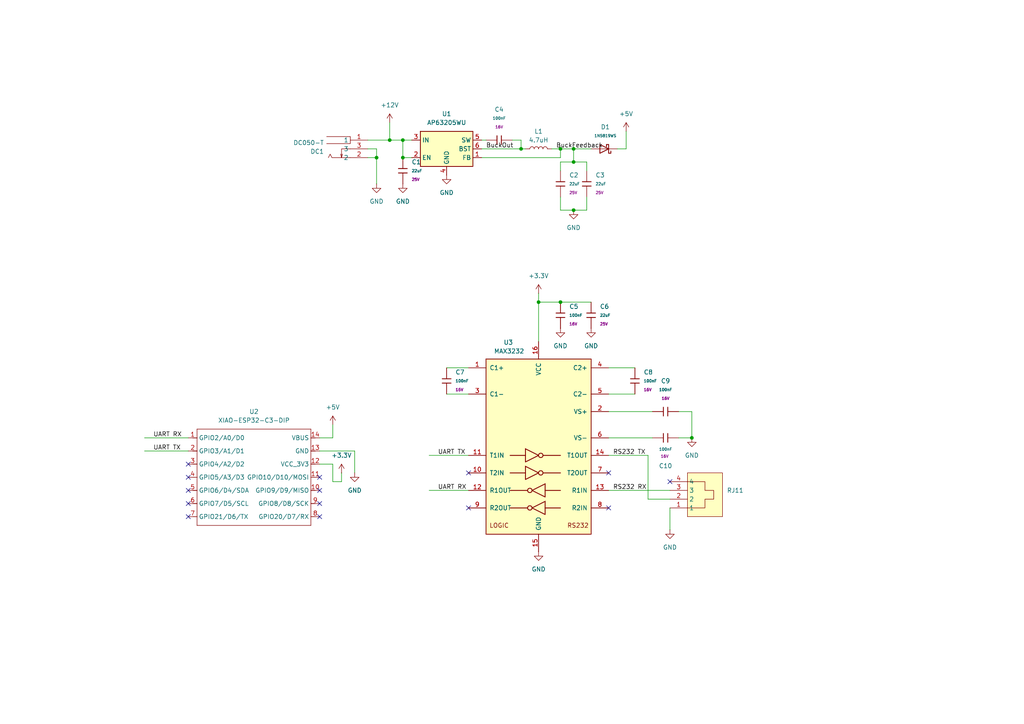
<source format=kicad_sch>
(kicad_sch (version 20250114) (generator "eeschema") (generator_version "9.0")
  (paper "A4")
  (title_block (title "AM03127-Controller") (date "2025-08-29") (rev "0.1"))
  (lib_symbols
    (symbol "DC_PowerJack:DC050-T"
      (property "Reference" "DC" (at 0 7.62 0))
      (property "Value" "DC050-T" (at 0 -7.62 0))
      (symbol "DC050-T_0_1"
        (polyline (pts (xy -9.4 3.56)) (fill (type background)))
        (polyline (pts (xy -5.08 -2.54) (xy -5.33 -1.52)))
        (polyline (pts (xy -5.08 -2.54) (xy -4.83 -1.52)))
        (polyline (pts (xy -2.54 3.56) (xy -9.4 3.56)))
        (polyline (pts (xy -2.54 3.56) (xy -2.54 1.52) (xy -9.4 1.52)))
        (polyline (pts (xy -2.54 0) (xy -5.08 0) (xy -5.08 -2.54)))
        (polyline (pts (xy -2.54 -2.54) (xy -7.87 -2.54) (xy -8.38 -1.52) (xy -8.89 -2.54)))
        (pin unspecified line (at 2.54 2.54 180) (length 5.08) (name "1") (number "1"))
        (pin unspecified line (at 2.54 0 180) (length 5.08) (name "3") (number "3"))
        (pin unspecified line (at 2.54 -2.54 180) (length 5.08) (name "2") (number "2"))
      )
    )
    (symbol "Device:L" (pin_numbers (hide yes)) (pin_names (offset 1.016) (hide yes))
      (property "Reference" "L" (at -1.27 0 90))
      (property "Value" "L" (at 1.905 0 90))
      (symbol "L_0_1"
        (arc (start 0 2.54) (mid 0.6323 1.905) (end 0 1.27))
        (arc (start 0 1.27) (mid 0.6323 0.635) (end 0 0))
        (arc (start 0 0) (mid 0.6323 -0.635) (end 0 -1.27))
        (arc (start 0 -1.27) (mid 0.6323 -1.905) (end 0 -2.54))
      )
      (symbol "L_1_1"
        (pin passive line (at 0 3.81 270) (length 1.27) (name "1") (number "1"))
        (pin passive line (at 0 -3.81 90) (length 1.27) (name "2") (number "2"))
      )
    )
    (symbol "Interface_UART:MAX3232" (pin_names (offset 1.016))
      (property "Reference" "U" (at -2.54 28.575 0))
      (property "Value" "MAX3232" (at -2.54 26.67 0))
      (symbol "MAX3232_0_0"
        (text "LOGIC" (at -11.43 -22.86 0) (effects (font (size 1.27 1.27))))
        (text "RS232" (at 11.43 -22.86 0) (effects (font (size 1.27 1.27))))
      )
      (symbol "MAX3232_0_1"
        (rectangle (start -15.24 -25.4) (end 15.24 25.4) (stroke (width 0.254)) (fill (type background)))
        (polyline (pts (xy -3.81 -0.635) (xy -3.81 -4.445) (xy 0 -2.54) (xy -3.81 -0.635)) (stroke (width 0.254)))
        (polyline (pts (xy -3.81 -2.54) (xy -8.255 -2.54)) (stroke (width 0.254)))
        (polyline (pts (xy -3.81 -5.715) (xy -3.81 -9.525) (xy 0 -7.62) (xy -3.81 -5.715)) (stroke (width 0.254)))
        (polyline (pts (xy -3.81 -7.62) (xy -8.255 -7.62)) (stroke (width 0.254)))
        (polyline (pts (xy -3.175 -12.7) (xy -8.255 -12.7)) (stroke (width 0.254)))
        (polyline (pts (xy -3.175 -17.78) (xy -8.255 -17.78)) (stroke (width 0.254)))
        (circle (center -2.54 -12.7) (radius 0.635) (stroke (width 0.254)))
        (circle (center -2.54 -17.78) (radius 0.635) (stroke (width 0.254)))
        (circle (center 0.635 -2.54) (radius 0.635) (stroke (width 0.254)))
        (circle (center 0.635 -7.62) (radius 0.635) (stroke (width 0.254)))
        (polyline (pts (xy 1.27 -2.54) (xy 6.35 -2.54)) (stroke (width 0.254)))
        (polyline (pts (xy 1.27 -7.62) (xy 6.35 -7.62)) (stroke (width 0.254)))
        (polyline (pts (xy 1.905 -10.795) (xy 1.905 -14.605) (xy -1.905 -12.7) (xy 1.905 -10.795)) (stroke (width 0.254)))
        (polyline (pts (xy 1.905 -12.7) (xy 6.35 -12.7)) (stroke (width 0.254)))
        (polyline (pts (xy 1.905 -15.875) (xy 1.905 -19.685) (xy -1.905 -17.78) (xy 1.905 -15.875)) (stroke (width 0.254)))
        (polyline (pts (xy 1.905 -17.78) (xy 6.35 -17.78)) (stroke (width 0.254)))
      )
      (symbol "MAX3232_1_1"
        (pin passive line (at -20.32 22.86 0) (length 5.08) (name "C1+") (number "1"))
        (pin passive line (at -20.32 15.24 0) (length 5.08) (name "C1-") (number "3"))
        (pin input line (at -20.32 -2.54 0) (length 5.08) (name "T1IN") (number "11"))
        (pin input line (at -20.32 -7.62 0) (length 5.08) (name "T2IN") (number "10"))
        (pin output line (at -20.32 -12.7 0) (length 5.08) (name "R1OUT") (number "12"))
        (pin output line (at -20.32 -17.78 0) (length 5.08) (name "R2OUT") (number "9"))
        (pin power_in line (at 0 30.48 270) (length 5.08) (name "VCC") (number "16"))
        (pin power_in line (at 0 -30.48 90) (length 5.08) (name "GND") (number "15"))
        (pin passive line (at 20.32 22.86 180) (length 5.08) (name "C2+") (number "4"))
        (pin passive line (at 20.32 15.24 180) (length 5.08) (name "C2-") (number "5"))
        (pin power_out line (at 20.32 10.16 180) (length 5.08) (name "VS+") (number "2"))
        (pin power_out line (at 20.32 2.54 180) (length 5.08) (name "VS-") (number "6"))
        (pin output line (at 20.32 -2.54 180) (length 5.08) (name "T1OUT") (number "14"))
        (pin output line (at 20.32 -7.62 180) (length 5.08) (name "T2OUT") (number "7"))
        (pin input line (at 20.32 -12.7 180) (length 5.08) (name "R1IN") (number "13"))
        (pin input line (at 20.32 -17.78 180) (length 5.08) (name "R2IN") (number "8"))
      )
    )
    (symbol "PCM_JLCPCB-Capacitors:0402,100nF" (pin_numbers (hide yes)) (pin_names (offset 0))
      (property "Reference" "C" (at 2.032 1.668 0))
      (property "Value" "100nF" (at 2.032 -0.3782 0))
      (property "Voltage Rated" "16V" (at 2.032 -2.0462 0))
      (symbol "0402,100nF_0_1"
        (polyline (pts (xy -1.27 0.635) (xy 1.27 0.635)) (stroke (width 0.254)))
        (polyline (pts (xy -1.27 -0.635) (xy 1.27 -0.635)) (stroke (width 0.254)))
      )
      (symbol "0402,100nF_1_1"
        (pin passive line (at 0 3.81 270) (length 3.175) (name "~") (number "1"))
        (pin passive line (at 0 -3.81 90) (length 3.175) (name "~") (number "2"))
      )
    )
    (symbol "PCM_JLCPCB-Capacitors:1206,22uF,(2)" (pin_numbers (hide yes)) (pin_names (offset 0))
      (property "Reference" "C" (at 2.032 1.668 0))
      (property "Value" "22uF" (at 2.032 -0.3782 0))
      (property "Voltage Rated" "25V" (at 2.032 -2.0462 0))
      (symbol "1206,22uF,(2)_0_1"
        (polyline (pts (xy -1.27 0.635) (xy 1.27 0.635)) (stroke (width 0.254)))
        (polyline (pts (xy -1.27 -0.635) (xy 1.27 -0.635)) (stroke (width 0.254)))
      )
      (symbol "1206,22uF,(2)_1_1"
        (pin passive line (at 0 3.81 270) (length 3.175) (name "~") (number "1"))
        (pin passive line (at 0 -3.81 90) (length 3.175) (name "~") (number "2"))
      )
    )
    (symbol "PCM_JLCPCB-Diodes:Schottky,1N5819WS" (pin_numbers (hide yes)) (pin_names (offset 0))
      (property "Reference" "D" (at 2.032 0.834 0))
      (property "Value" "1N5819WS" (at 2.032 -1.2122 0))
      (symbol "Schottky,1N5819WS_0_1"
        (polyline (pts (xy -1.27 1.27) (xy 0 -1.27) (xy 1.27 1.27) (xy -1.27 1.27)) (stroke (width 0.254)))
        (polyline (pts (xy 0.635 -1.905) (xy 1.27 -1.905) (xy 1.27 -1.27) (xy -1.27 -1.27) (xy -1.27 -0.635) (xy -0.635 -0.635)) (stroke (width 0.254)))
      )
      (symbol "Schottky,1N5819WS_1_1"
        (pin passive line (at 0 3.81 270) (length 3.81) (name "~") (number "2"))
        (pin passive line (at 0 -3.81 90) (length 3.81) (name "~") (number "1"))
      )
    )
    (symbol "RJ11:PCB-6P4C-90_C189746"
      (property "Reference" "RJ" (at 0 -2.54 0))
      (property "Value" "PCB-6P4C-90_C189746" (at 0 -12.7 0))
      (symbol "PCB-6P4C-90_C189746_0_1"
        (rectangle (start -7.62 7.62) (end 5.08 -2.54) (fill (type background)))
        (polyline (pts (xy 2.54 -2.54) (xy 2.54 2.54) (xy 0 2.54) (xy 0 5.08) (xy -2.54 5.08) (xy -2.54 2.54) (xy -5.08 2.54) (xy -5.08 0) (xy -5.08 -2.54)))
        (pin unspecified line (at -5.08 -7.62 90) (length 5.08) (name "4") (number "4"))
        (pin unspecified line (at -2.54 -7.62 90) (length 5.08) (name "3") (number "3"))
        (pin unspecified line (at 0 -7.62 90) (length 5.08) (name "2") (number "2"))
        (pin unspecified line (at 2.54 -7.62 90) (length 5.08) (name "1") (number "1"))
      )
    )
    (symbol "Regulator_Switching:AP63205WU"
      (property "Reference" "U" (at -7.62 6.35 0))
      (property "Value" "AP63205WU" (at 2.54 6.35 0))
      (symbol "AP63205WU_0_1"
        (rectangle (start -7.62 5.08) (end 7.62 -5.08) (stroke (width 0.254)) (fill (type background)))
      )
      (symbol "AP63205WU_1_1"
        (pin power_in line (at -10.16 2.54 0) (length 2.54) (name "IN") (number "3"))
        (pin input line (at -10.16 -2.54 0) (length 2.54) (name "EN") (number "2"))
        (pin power_in line (at 0 -7.62 90) (length 2.54) (name "GND") (number "4"))
        (pin output line (at 10.16 2.54 180) (length 2.54) (name "SW") (number "5"))
        (pin passive line (at 10.16 0 180) (length 2.54) (name "BST") (number "6"))
        (pin input line (at 10.16 -2.54 180) (length 2.54) (name "FB") (number "1"))
      )
    )
    (symbol "Seeed_Studio_XIAO_Series:XIAO-ESP32-C3-DIP"
      (property "Reference" "U" (at 1.016 2.794 0))
      (property "Value" "XIAO-ESP32-C3-DIP" (at 7.62 1.016 0))
      (symbol "XIAO-ESP32-C3-DIP_1_0"
        (polyline (pts (xy 0 0) (xy 33.02 0)) (stroke (width 0.1524)))
        (polyline (pts (xy 0 -2.54) (xy -1.27 -2.54)) (stroke (width 0.1524)))
        (polyline (pts (xy 0 -2.54) (xy 0 0)) (stroke (width 0.1524)))
        (polyline (pts (xy 0 -6.35) (xy -1.27 -6.35)) (stroke (width 0.1524)))
        (polyline (pts (xy 0 -6.35) (xy 0 -2.54)) (stroke (width 0.1524)))
        (polyline (pts (xy 0 -10.16) (xy -1.27 -10.16)) (stroke (width 0.1524)))
        (polyline (pts (xy 0 -10.16) (xy 0 -6.35)) (stroke (width 0.1524)))
        (polyline (pts (xy 0 -13.97) (xy -1.27 -13.97)) (stroke (width 0.1524)))
        (polyline (pts (xy 0 -13.97) (xy 0 -10.16)) (stroke (width 0.1524)))
        (polyline (pts (xy 0 -17.78) (xy -1.27 -17.78)) (stroke (width 0.1524)))
        (polyline (pts (xy 0 -21.59) (xy -1.27 -21.59)) (stroke (width 0.1524)))
        (polyline (pts (xy 0 -25.4) (xy -1.27 -25.4)) (stroke (width 0.1524)))
        (polyline (pts (xy 0 -27.94) (xy 0 -13.97)) (stroke (width 0.1524)))
        (polyline (pts (xy 33.02 0) (xy 33.02 -2.54)) (stroke (width 0.1524)))
        (polyline (pts (xy 33.02 -2.54) (xy 33.02 -6.35)) (stroke (width 0.1524)))
        (polyline (pts (xy 33.02 -6.35) (xy 33.02 -10.16)) (stroke (width 0.1524)))
        (polyline (pts (xy 33.02 -10.16) (xy 33.02 -27.94)) (stroke (width 0.1524)))
        (polyline (pts (xy 33.02 -27.94) (xy 0 -27.94)) (stroke (width 0.1524)))
        (polyline (pts (xy 34.29 -2.54) (xy 33.02 -2.54)) (stroke (width 0.1524)))
        (polyline (pts (xy 34.29 -6.35) (xy 33.02 -6.35)) (stroke (width 0.1524)))
        (polyline (pts (xy 34.29 -10.16) (xy 33.02 -10.16)) (stroke (width 0.1524)))
        (polyline (pts (xy 34.29 -13.97) (xy 33.02 -13.97)) (stroke (width 0.1524)))
        (polyline (pts (xy 34.29 -17.78) (xy 33.02 -17.78)) (stroke (width 0.1524)))
        (polyline (pts (xy 34.29 -21.59) (xy 33.02 -21.59)) (stroke (width 0.1524)))
        (polyline (pts (xy 34.29 -25.4) (xy 33.02 -25.4)) (stroke (width 0.1524)))
        (pin passive line (at -2.54 -2.54 0) (length 2.54) (name "GPIO2/A0/D0") (number "1"))
        (pin passive line (at -2.54 -6.35 0) (length 2.54) (name "GPIO3/A1/D1") (number "2"))
        (pin passive line (at -2.54 -10.16 0) (length 2.54) (name "GPIO4/A2/D2") (number "3"))
        (pin passive line (at -2.54 -13.97 0) (length 2.54) (name "GPIO5/A3/D3") (number "4"))
        (pin passive line (at -2.54 -17.78 0) (length 2.54) (name "GPIO6/D4/SDA") (number "5"))
        (pin passive line (at -2.54 -21.59 0) (length 2.54) (name "GPIO7/D5/SCL") (number "6"))
        (pin passive line (at -2.54 -25.4 0) (length 2.54) (name "GPIO21/D6/TX") (number "7"))
        (pin passive line (at 35.56 -2.54 180) (length 2.54) (name "VBUS") (number "14"))
        (pin passive line (at 35.56 -6.35 180) (length 2.54) (name "GND") (number "13"))
        (pin passive line (at 35.56 -10.16 180) (length 2.54) (name "VCC_3V3") (number "12"))
        (pin passive line (at 35.56 -13.97 180) (length 2.54) (name "GPIO10/D10/MOSI") (number "11"))
        (pin passive line (at 35.56 -17.78 180) (length 2.54) (name "GPIO9/D9/MISO") (number "10"))
        (pin passive line (at 35.56 -21.59 180) (length 2.54) (name "GPIO8/D8/SCK") (number "9"))
        (pin passive line (at 35.56 -25.4 180) (length 2.54) (name "GPIO20/D7/RX") (number "8"))
      )
    )
    (symbol "power:+12V" (power) (pin_numbers (hide yes)) (pin_names (offset 0) (hide yes))
      (property "Value" "+12V" (at 0 3.556 0))
      (symbol "+12V_0_1"
        (polyline (pts (xy -0.762 1.27) (xy 0 2.54)))
        (polyline (pts (xy 0 2.54) (xy 0.762 1.27)))
        (polyline (pts (xy 0 0) (xy 0 2.54)))
      )
      (symbol "+12V_1_1"
        (pin power_in line (at 0 0 90) (length 0) (name "~") (number "1"))
      )
    )
    (symbol "power:+3.3V" (power) (pin_numbers (hide yes)) (pin_names (offset 0) (hide yes))
      (property "Value" "+3.3V" (at 0 3.556 0))
      (symbol "+3.3V_0_1"
        (polyline (pts (xy -0.762 1.27) (xy 0 2.54)))
        (polyline (pts (xy 0 2.54) (xy 0.762 1.27)))
        (polyline (pts (xy 0 0) (xy 0 2.54)))
      )
      (symbol "+3.3V_1_1"
        (pin power_in line (at 0 0 90) (length 0) (name "~") (number "1"))
      )
    )
    (symbol "power:+5V" (power) (pin_numbers (hide yes)) (pin_names (offset 0) (hide yes))
      (property "Value" "+5V" (at 0 3.556 0))
      (symbol "+5V_0_1"
        (polyline (pts (xy -0.762 1.27) (xy 0 2.54)))
        (polyline (pts (xy 0 2.54) (xy 0.762 1.27)))
        (polyline (pts (xy 0 0) (xy 0 2.54)))
      )
      (symbol "+5V_1_1"
        (pin power_in line (at 0 0 90) (length 0) (name "~") (number "1"))
      )
    )
    (symbol "power:GND" (power) (pin_numbers (hide yes)) (pin_names (offset 0) (hide yes))
      (property "Value" "GND" (at 0 -3.81 0))
      (symbol "GND_0_1"
        (polyline (pts (xy 0 0) (xy 0 -1.27) (xy 1.27 -1.27) (xy 0 -2.54) (xy -1.27 -1.27) (xy 0 -1.27)))
      )
      (symbol "GND_1_1"
        (pin power_in line (at 0 0 270) (length 0) (name "~") (number "1"))
      )
    )
  )
  (junction (at 166.37 46.99))
  (junction (at 162.56 43.18))
  (junction (at 200.66 127))
  (junction (at 116.84 40.64))
  (junction (at 166.37 60.96))
  (junction (at 166.37 43.18))
  (junction (at 109.22 45.72))
  (junction (at 113.03 40.64))
  (junction (at 162.56 87.63))
  (junction (at 151.13 43.18))
  (junction (at 116.84 45.72))
  (junction (at 156.21 87.63))
  (no_connect (at 92.71 142.24))
  (no_connect (at 135.89 147.32))
  (no_connect (at 54.61 149.86))
  (no_connect (at 92.71 146.05))
  (no_connect (at 92.71 138.43))
  (no_connect (at 54.61 146.05))
  (no_connect (at 194.31 139.7))
  (no_connect (at 92.71 149.86))
  (no_connect (at 176.53 147.32))
  (no_connect (at 135.89 137.16))
  (no_connect (at 54.61 142.24))
  (no_connect (at 54.61 138.43))
  (no_connect (at 176.53 137.16))
  (no_connect (at 54.61 134.62))
  (wire (pts (xy 41.91 130.81) (xy 54.61 130.81)))
  (wire (pts (xy 96.52 139.7) (xy 99.06 139.7)))
  (wire (pts (xy 194.31 147.32) (xy 194.31 153.67)))
  (wire (pts (xy 176.53 127) (xy 189.23 127)))
  (wire (pts (xy 170.18 46.99) (xy 170.18 49.53)))
  (wire (pts (xy 124.46 142.24) (xy 135.89 142.24)))
  (wire (pts (xy 166.37 46.99) (xy 170.18 46.99)))
  (wire (pts (xy 116.84 40.64) (xy 116.84 45.72)))
  (wire (pts (xy 139.7 40.64) (xy 140.97 40.64)))
  (wire (pts (xy 166.37 60.96) (xy 170.18 60.96)))
  (wire (pts (xy 176.53 142.24) (xy 194.31 142.24)))
  (wire (pts (xy 41.91 127) (xy 54.61 127)))
  (wire (pts (xy 119.38 40.64) (xy 116.84 40.64)))
  (wire (pts (xy 129.54 114.3) (xy 135.89 114.3)))
  (wire (pts (xy 92.71 130.81) (xy 102.87 130.81)))
  (wire (pts (xy 109.22 43.18) (xy 106.68 43.18)))
  (wire (pts (xy 160.02 43.18) (xy 162.56 43.18)))
  (wire (pts (xy 124.46 132.08) (xy 135.89 132.08)))
  (wire (pts (xy 187.96 132.08) (xy 187.96 144.78)))
  (wire (pts (xy 196.85 127) (xy 200.66 127)))
  (wire (pts (xy 181.61 43.18) (xy 179.07 43.18)))
  (wire (pts (xy 176.53 106.68) (xy 184.15 106.68)))
  (wire (pts (xy 156.21 87.63) (xy 156.21 99.06)))
  (wire (pts (xy 113.03 35.56) (xy 113.03 40.64)))
  (wire (pts (xy 181.61 38.1) (xy 181.61 43.18)))
  (wire (pts (xy 109.22 43.18) (xy 109.22 45.72)))
  (wire (pts (xy 92.71 127) (xy 96.52 127)))
  (wire (pts (xy 151.13 40.64) (xy 148.59 40.64)))
  (wire (pts (xy 166.37 43.18) (xy 171.45 43.18)))
  (wire (pts (xy 96.52 123.19) (xy 96.52 127)))
  (wire (pts (xy 156.21 85.09) (xy 156.21 87.63)))
  (wire (pts (xy 176.53 119.38) (xy 189.23 119.38)))
  (wire (pts (xy 176.53 114.3) (xy 184.15 114.3)))
  (wire (pts (xy 156.21 87.63) (xy 162.56 87.63)))
  (wire (pts (xy 162.56 43.18) (xy 162.56 45.72)))
  (wire (pts (xy 139.7 43.18) (xy 151.13 43.18)))
  (wire (pts (xy 96.52 134.62) (xy 96.52 139.7)))
  (wire (pts (xy 129.54 106.68) (xy 135.89 106.68)))
  (wire (pts (xy 151.13 40.64) (xy 151.13 43.18)))
  (wire (pts (xy 162.56 46.99) (xy 162.56 49.53)))
  (wire (pts (xy 139.7 45.72) (xy 162.56 45.72)))
  (wire (pts (xy 162.56 60.96) (xy 166.37 60.96)))
  (wire (pts (xy 99.06 137.16) (xy 99.06 139.7)))
  (wire (pts (xy 200.66 127) (xy 200.66 119.38)))
  (wire (pts (xy 106.68 40.64) (xy 113.03 40.64)))
  (wire (pts (xy 196.85 119.38) (xy 200.66 119.38)))
  (wire (pts (xy 176.53 132.08) (xy 187.96 132.08)))
  (wire (pts (xy 102.87 130.81) (xy 102.87 137.16)))
  (wire (pts (xy 162.56 57.15) (xy 162.56 60.96)))
  (wire (pts (xy 151.13 43.18) (xy 152.4 43.18)))
  (wire (pts (xy 166.37 43.18) (xy 166.37 46.99)))
  (wire (pts (xy 92.71 134.62) (xy 96.52 134.62)))
  (wire (pts (xy 162.56 43.18) (xy 166.37 43.18)))
  (wire (pts (xy 162.56 46.99) (xy 166.37 46.99)))
  (wire (pts (xy 116.84 45.72) (xy 119.38 45.72)))
  (wire (pts (xy 113.03 40.64) (xy 116.84 40.64)))
  (wire (pts (xy 170.18 57.15) (xy 170.18 60.96)))
  (wire (pts (xy 162.56 87.63) (xy 171.45 87.63)))
  (wire (pts (xy 187.96 144.78) (xy 194.31 144.78)))
  (wire (pts (xy 109.22 45.72) (xy 106.68 45.72)))
  (wire (pts (xy 109.22 45.72) (xy 109.22 53.34)))
  (label "BuckOut" (at 140.97 43.18 0))
  (label "RS232 RX" (at 177.8 142.24 0))
  (label "UART TX" (at 127 132.08 0))
  (label "RS232 TX" (at 177.8 132.08 0))
  (label "UART RX" (at 127 142.24 0))
  (label "UART RX" (at 44.45 127 0))
  (label "UART TX" (at 44.45 130.81 0))
  (label "BuckFeedback" (at 161.29 43.18 0))
  (symbol (lib_id "PCM_JLCPCB-Capacitors:1206,22uF,(2)") (at 170.18 53.34 0) (unit 1)
    (property "Reference" "C3" (at 172.72 50.7999 0) (effects (justify left)))
    (property "Value" "22uF" (at 172.72 53.34 0) (effects (font (size 0.8 0.8)) (justify left)))
    (property "Footprint" "PCM_JLCPCB:C_1206" (effects (hide yes)))
    (property "Datasheet" "https://www.lcsc.com/datasheet/lcsc_datasheet_2304140030_Samsung-Electro-Mechanics-CL31A226KAHNNNE_C12891.pdf" (effects (hide yes)))
    (property "Description" "25V 22uF X5R ±10% 1206 Multilayer Ceramic Capacitors MLCC - SMD/SMT ROHS" (effects (hide yes)))
    (property "LCSC" "C12891" (effects (hide yes)))
    (property "Stock" "2183567" (effects (hide yes)))
    (property "Price" "0.046USD" (effects (hide yes)))
    (property "Process" "SMT" (effects (hide yes)))
    (property "Minimum Qty" "5" (effects (hide yes)))
    (property "Attrition Qty" "4" (effects (hide yes)))
    (property "Class" "Basic Component" (effects (hide yes)))
    (property "Category" "Capacitors,Multilayer Ceramic Capacitors MLCC - SMD/SMT" (effects (hide yes)))
    (property "Manufacturer" "Samsung Electro-Mechanics" (effects (hide yes)))
    (property "Part" "CL31A226KAHNNNE" (effects (hide yes)))
    (property "Voltage Rated" "25V" (at 172.72 55.88 0) (effects (font (size 0.8 0.8)) (justify left)))
    (property "Tolerance" "±10%" (effects (hide yes)))
    (property "Capacitance" "22uF" (effects (hide yes)))
    (property "Temperature Coefficient" "X5R" (effects (hide yes)))
  )
  (symbol (lib_id "RJ11:PCB-6P4C-90_C189746") (at 201.93 144.78 270) (unit 1)
    (property "Reference" "RJ11" (at 210.82 142.2399 90) (effects (justify left)))
    (property "Value" "PCB-6P4C-90_C189746" (effects (hide yes)))
    (property "Footprint" "RJ11:RJ11-TH_PCB-6P4C-90_C189746" (effects (hide yes)))
    (property "Datasheet" "https://lcsc.com/product-detail/Ethernet-Connectors-Modular-Connectors_Shenzhen-Cankemeng-PCB-6P4C-90degree-gray-Full-gold_C189746.html" (effects (hide yes)))
    (property "LCSC Part" "C189746" (effects (hide yes)))
  )
  (symbol (lib_id "power:GND") (at 109.22 53.34 0) (mirror y) (unit 1)
    (property "Reference" "#PWR03" (effects (hide yes)))
    (property "Value" "GND" (at 109.22 58.42 0))
    (property "Description" "Power symbol creates a global label with name \"GND\" , ground" (effects (hide yes)))
  )
  (symbol (lib_id "power:GND") (at 166.37 60.96 0) (unit 1)
    (property "Reference" "#PWR09" (effects (hide yes)))
    (property "Value" "GND" (at 166.37 66.04 0))
    (property "Description" "Power symbol creates a global label with name \"GND\" , ground" (effects (hide yes)))
  )
  (symbol (lib_id "Device:L") (at 156.21 43.18 90) (unit 1)
    (property "Reference" "L1" (at 156.21 38.1 90))
    (property "Value" "4.7uH" (at 156.21 40.64 90))
    (property "Footprint" "Inductor_SMD:L_1008_2520Metric" (effects (hide yes)))
    (property "Datasheet" "https://www.lcsc.com/datasheet/C206277.pdf" (effects (hide yes)))
    (property "Description" "Inductor" (effects (hide yes)))
  )
  (symbol (lib_id "Seeed_Studio_XIAO_Series:XIAO-ESP32-C3-DIP") (at 57.15 124.46 0) (unit 1)
    (property "Reference" "U2" (at 73.66 119.38 0))
    (property "Value" "XIAO-ESP32-C3-DIP" (at 73.66 121.92 0))
    (property "Footprint" "esp32:XIAO-ESP32C3-DIP" (effects (hide yes)))
  )
  (symbol (lib_id "power:GND") (at 116.84 53.34 0) (unit 1)
    (property "Reference" "#PWR08" (effects (hide yes)))
    (property "Value" "GND" (at 116.84 58.42 0))
    (property "Description" "Power symbol creates a global label with name \"GND\" , ground" (effects (hide yes)))
  )
  (symbol (lib_id "PCM_JLCPCB-Diodes:Schottky,1N5819WS") (at 175.26 43.18 90) (mirror x) (unit 1)
    (property "Reference" "D1" (at 175.5775 36.83 90))
    (property "Value" "1N5819WS" (at 175.5775 39.37 90) (effects (font (size 0.8 0.8))))
    (property "Footprint" "PCM_JLCPCB:D_SOD-323" (effects (hide yes)))
    (property "Datasheet" "https://www.lcsc.com/datasheet/lcsc_datasheet_2409300937_Guangdong-Hottech-1N5819WS_C191023.pdf" (effects (hide yes)))
    (property "Description" "40V 600mV@1A 1A SOD-323 Schottky Diodes ROHS" (effects (hide yes)))
    (property "LCSC" "C191023" (effects (hide yes)))
    (property "Stock" "1836556" (effects (hide yes)))
    (property "Price" "0.013USD" (effects (hide yes)))
    (property "Process" "SMT" (effects (hide yes)))
    (property "Minimum Qty" "20" (effects (hide yes)))
    (property "Attrition Qty" "10" (effects (hide yes)))
    (property "Class" "Basic Component" (effects (hide yes)))
    (property "Category" "Diodes,Schottky Barrier Diodes (SBD)" (effects (hide yes)))
    (property "Manufacturer" "Guangdong Hottech" (effects (hide yes)))
    (property "Part" "1N5819WS" (effects (hide yes)))
    (property "Rectified Current" "1A" (effects (hide yes)))
    (property "Forward Voltage (Vf@If)" "600mV@1A" (effects (hide yes)))
    (property "Reverse Voltage (Vr)" "40V" (effects (hide yes)))
  )
  (symbol (lib_id "PCM_JLCPCB-Capacitors:0402,100nF") (at 184.15 110.49 0) (unit 1)
    (property "Reference" "C8" (at 186.69 107.9499 0) (effects (justify left)))
    (property "Value" "100nF" (at 186.69 110.49 0) (effects (font (size 0.8 0.8)) (justify left)))
    (property "Footprint" "PCM_JLCPCB:C_0402" (effects (hide yes)))
    (property "Datasheet" "https://www.lcsc.com/datasheet/lcsc_datasheet_2304140030_Samsung-Electro-Mechanics-CL05B104KO5NNNC_C1525.pdf" (effects (hide yes)))
    (property "Description" "16V 100nF X7R ±10% 0402 Multilayer Ceramic Capacitors MLCC - SMD/SMT ROHS" (effects (hide yes)))
    (property "LCSC" "C1525" (effects (hide yes)))
    (property "Stock" "20208285" (effects (hide yes)))
    (property "Price" "0.004USD" (effects (hide yes)))
    (property "Process" "SMT" (effects (hide yes)))
    (property "Minimum Qty" "20" (effects (hide yes)))
    (property "Attrition Qty" "10" (effects (hide yes)))
    (property "Class" "Basic Component" (effects (hide yes)))
    (property "Category" "Capacitors,Multilayer Ceramic Capacitors MLCC - SMD/SMT" (effects (hide yes)))
    (property "Manufacturer" "Samsung Electro-Mechanics" (effects (hide yes)))
    (property "Part" "CL05B104KO5NNNC" (effects (hide yes)))
    (property "Voltage Rated" "16V" (at 186.69 113.03 0) (effects (font (size 0.8 0.8)) (justify left)))
    (property "Tolerance" "±10%" (effects (hide yes)))
    (property "Capacitance" "100nF" (effects (hide yes)))
    (property "Temperature Coefficient" "X7R" (effects (hide yes)))
  )
  (symbol (lib_id "PCM_JLCPCB-Capacitors:0402,100nF") (at 193.04 127 90) (unit 1)
    (property "Reference" "C10" (at 193.04 135.128 90))
    (property "Value" "100nF" (at 193.04 130.302 90) (effects (font (size 0.8 0.8))))
    (property "Footprint" "PCM_JLCPCB:C_0402" (effects (hide yes)))
    (property "Datasheet" "https://www.lcsc.com/datasheet/lcsc_datasheet_2304140030_Samsung-Electro-Mechanics-CL05B104KO5NNNC_C1525.pdf" (effects (hide yes)))
    (property "Description" "16V 100nF X7R ±10% 0402 Multilayer Ceramic Capacitors MLCC - SMD/SMT ROHS" (effects (hide yes)))
    (property "LCSC" "C1525" (effects (hide yes)))
    (property "Stock" "20208285" (effects (hide yes)))
    (property "Price" "0.004USD" (effects (hide yes)))
    (property "Process" "SMT" (effects (hide yes)))
    (property "Minimum Qty" "20" (effects (hide yes)))
    (property "Attrition Qty" "10" (effects (hide yes)))
    (property "Class" "Basic Component" (effects (hide yes)))
    (property "Category" "Capacitors,Multilayer Ceramic Capacitors MLCC - SMD/SMT" (effects (hide yes)))
    (property "Manufacturer" "Samsung Electro-Mechanics" (effects (hide yes)))
    (property "Part" "CL05B104KO5NNNC" (effects (hide yes)))
    (property "Voltage Rated" "16V" (at 192.786 132.334 90) (effects (font (size 0.8 0.8))))
    (property "Tolerance" "±10%" (effects (hide yes)))
    (property "Capacitance" "100nF" (effects (hide yes)))
    (property "Temperature Coefficient" "X7R" (effects (hide yes)))
  )
  (symbol (lib_id "PCM_JLCPCB-Capacitors:0402,100nF") (at 162.56 91.44 0) (unit 1)
    (property "Reference" "C5" (at 165.1 88.8999 0) (effects (justify left)))
    (property "Value" "100nF" (at 165.1 91.44 0) (effects (font (size 0.8 0.8)) (justify left)))
    (property "Footprint" "PCM_JLCPCB:C_0402" (effects (hide yes)))
    (property "Datasheet" "https://www.lcsc.com/datasheet/lcsc_datasheet_2304140030_Samsung-Electro-Mechanics-CL05B104KO5NNNC_C1525.pdf" (effects (hide yes)))
    (property "Description" "16V 100nF X7R ±10% 0402 Multilayer Ceramic Capacitors MLCC - SMD/SMT ROHS" (effects (hide yes)))
    (property "LCSC" "C1525" (effects (hide yes)))
    (property "Stock" "20208285" (effects (hide yes)))
    (property "Price" "0.004USD" (effects (hide yes)))
    (property "Process" "SMT" (effects (hide yes)))
    (property "Minimum Qty" "20" (effects (hide yes)))
    (property "Attrition Qty" "10" (effects (hide yes)))
    (property "Class" "Basic Component" (effects (hide yes)))
    (property "Category" "Capacitors,Multilayer Ceramic Capacitors MLCC - SMD/SMT" (effects (hide yes)))
    (property "Manufacturer" "Samsung Electro-Mechanics" (effects (hide yes)))
    (property "Part" "CL05B104KO5NNNC" (effects (hide yes)))
    (property "Voltage Rated" "16V" (at 165.1 93.98 0) (effects (font (size 0.8 0.8)) (justify left)))
    (property "Tolerance" "±10%" (effects (hide yes)))
    (property "Capacitance" "100nF" (effects (hide yes)))
    (property "Temperature Coefficient" "X7R" (effects (hide yes)))
  )
  (symbol (lib_id "power:GND") (at 162.56 95.25 0) (unit 1)
    (property "Reference" "#PWR04" (effects (hide yes)))
    (property "Value" "GND" (at 162.56 100.33 0))
    (property "Description" "Power symbol creates a global label with name \"GND\" , ground" (effects (hide yes)))
  )
  (symbol (lib_id "power:+12V") (at 113.03 35.56 0) (unit 1)
    (property "Reference" "#PWR010" (effects (hide yes)))
    (property "Value" "+12V" (at 113.03 30.48 0))
    (property "Description" "Power symbol creates a global label with name \"+12V\"" (effects (hide yes)))
  )
  (symbol (lib_id "PCM_JLCPCB-Capacitors:0402,100nF") (at 129.54 110.49 0) (unit 1)
    (property "Reference" "C7" (at 132.08 107.9499 0) (effects (justify left)))
    (property "Value" "100nF" (at 132.08 110.49 0) (effects (font (size 0.8 0.8)) (justify left)))
    (property "Footprint" "PCM_JLCPCB:C_0402" (effects (hide yes)))
    (property "Datasheet" "https://www.lcsc.com/datasheet/lcsc_datasheet_2304140030_Samsung-Electro-Mechanics-CL05B104KO5NNNC_C1525.pdf" (effects (hide yes)))
    (property "Description" "16V 100nF X7R ±10% 0402 Multilayer Ceramic Capacitors MLCC - SMD/SMT ROHS" (effects (hide yes)))
    (property "LCSC" "C1525" (effects (hide yes)))
    (property "Stock" "20208285" (effects (hide yes)))
    (property "Price" "0.004USD" (effects (hide yes)))
    (property "Process" "SMT" (effects (hide yes)))
    (property "Minimum Qty" "20" (effects (hide yes)))
    (property "Attrition Qty" "10" (effects (hide yes)))
    (property "Class" "Basic Component" (effects (hide yes)))
    (property "Category" "Capacitors,Multilayer Ceramic Capacitors MLCC - SMD/SMT" (effects (hide yes)))
    (property "Manufacturer" "Samsung Electro-Mechanics" (effects (hide yes)))
    (property "Part" "CL05B104KO5NNNC" (effects (hide yes)))
    (property "Voltage Rated" "16V" (at 132.08 113.03 0) (effects (font (size 0.8 0.8)) (justify left)))
    (property "Tolerance" "±10%" (effects (hide yes)))
    (property "Capacitance" "100nF" (effects (hide yes)))
    (property "Temperature Coefficient" "X7R" (effects (hide yes)))
  )
  (symbol (lib_id "power:+5V") (at 96.52 123.19 0) (unit 1)
    (property "Reference" "#PWR013" (effects (hide yes)))
    (property "Value" "+5V" (at 96.52 118.11 0))
    (property "Description" "Power symbol creates a global label with name \"+5V\"" (effects (hide yes)))
  )
  (symbol (lib_id "power:+5V") (at 181.61 38.1 0) (unit 1)
    (property "Reference" "#PWR011" (effects (hide yes)))
    (property "Value" "+5V" (at 181.61 33.02 0))
    (property "Description" "Power symbol creates a global label with name \"+5V\"" (effects (hide yes)))
  )
  (symbol (lib_id "Regulator_Switching:AP63205WU") (at 129.54 43.18 0) (unit 1)
    (property "Reference" "U1" (at 129.54 33.02 0))
    (property "Value" "AP63205WU" (at 129.54 35.56 0))
    (property "Footprint" "Package_TO_SOT_SMD:TSOT-23-6" (effects (hide yes)))
    (property "Datasheet" "https://www.diodes.com/assets/Datasheets/AP63200-AP63201-AP63203-AP63205.pdf" (effects (hide yes)))
    (property "Description" "2A, 1.1MHz Buck DC/DC Converter, fixed 5.0V output voltage, TSOT-23-6" (effects (hide yes)))
  )
  (symbol (lib_id "power:+3.3V") (at 156.21 85.09 0) (unit 1)
    (property "Reference" "#PWR014" (effects (hide yes)))
    (property "Value" "+3.3V" (at 156.21 80.01 0))
    (property "Description" "Power symbol creates a global label with name \"+3.3V\"" (effects (hide yes)))
  )
  (symbol (lib_id "PCM_JLCPCB-Capacitors:1206,22uF,(2)") (at 162.56 53.34 0) (unit 1)
    (property "Reference" "C2" (at 165.1 50.7999 0) (effects (justify left)))
    (property "Value" "22uF" (at 165.1 53.34 0) (effects (font (size 0.8 0.8)) (justify left)))
    (property "Footprint" "PCM_JLCPCB:C_1206" (effects (hide yes)))
    (property "Datasheet" "https://www.lcsc.com/datasheet/lcsc_datasheet_2304140030_Samsung-Electro-Mechanics-CL31A226KAHNNNE_C12891.pdf" (effects (hide yes)))
    (property "Description" "25V 22uF X5R ±10% 1206 Multilayer Ceramic Capacitors MLCC - SMD/SMT ROHS" (effects (hide yes)))
    (property "LCSC" "C12891" (effects (hide yes)))
    (property "Stock" "2183567" (effects (hide yes)))
    (property "Price" "0.046USD" (effects (hide yes)))
    (property "Process" "SMT" (effects (hide yes)))
    (property "Minimum Qty" "5" (effects (hide yes)))
    (property "Attrition Qty" "4" (effects (hide yes)))
    (property "Class" "Basic Component" (effects (hide yes)))
    (property "Category" "Capacitors,Multilayer Ceramic Capacitors MLCC - SMD/SMT" (effects (hide yes)))
    (property "Manufacturer" "Samsung Electro-Mechanics" (effects (hide yes)))
    (property "Part" "CL31A226KAHNNNE" (effects (hide yes)))
    (property "Voltage Rated" "25V" (at 165.1 55.88 0) (effects (font (size 0.8 0.8)) (justify left)))
    (property "Tolerance" "±10%" (effects (hide yes)))
    (property "Capacitance" "22uF" (effects (hide yes)))
    (property "Temperature Coefficient" "X5R" (effects (hide yes)))
  )
  (symbol (lib_id "power:GND") (at 200.66 127 0) (unit 1)
    (property "Reference" "#PWR05" (effects (hide yes)))
    (property "Value" "GND" (at 200.66 132.08 0))
    (property "Description" "Power symbol creates a global label with name \"GND\" , ground" (effects (hide yes)))
  )
  (symbol (lib_id "power:GND") (at 102.87 137.16 0) (unit 1)
    (property "Reference" "#PWR01" (effects (hide yes)))
    (property "Value" "GND" (at 102.87 142.24 0))
    (property "Description" "Power symbol creates a global label with name \"GND\" , ground" (effects (hide yes)))
  )
  (symbol (lib_id "power:GND") (at 156.21 160.02 0) (unit 1)
    (property "Reference" "#PWR02" (effects (hide yes)))
    (property "Value" "GND" (at 156.21 165.1 0))
    (property "Description" "Power symbol creates a global label with name \"GND\" , ground" (effects (hide yes)))
  )
  (symbol (lib_id "DC_PowerJack:DC050-T") (at 104.14 43.18 0) (unit 1)
    (property "Reference" "DC1" (at 93.98 43.9401 0) (effects (justify right)))
    (property "Value" "DC050-T" (at 93.98 41.4001 0) (effects (justify right)))
    (property "Footprint" "DC_PowerJack:DC-IN_DC050-T" (effects (hide yes)))
    (property "LCSC Part" "C431534" (effects (hide yes)))
  )
  (symbol (lib_id "power:GND") (at 129.54 50.8 0) (unit 1)
    (property "Reference" "#PWR07" (effects (hide yes)))
    (property "Value" "GND" (at 129.54 55.88 0))
    (property "Description" "Power symbol creates a global label with name \"GND\" , ground" (effects (hide yes)))
  )
  (symbol (lib_id "power:GND") (at 171.45 95.25 0) (unit 1)
    (property "Reference" "#PWR012" (effects (hide yes)))
    (property "Value" "GND" (at 171.45 100.33 0))
    (property "Description" "Power symbol creates a global label with name \"GND\" , ground" (effects (hide yes)))
  )
  (symbol (lib_id "PCM_JLCPCB-Capacitors:0402,100nF") (at 193.04 119.38 90) (unit 1)
    (property "Reference" "C9" (at 193.04 110.49 90))
    (property "Value" "100nF" (at 193.04 113.03 90) (effects (font (size 0.8 0.8))))
    (property "Footprint" "PCM_JLCPCB:C_0402" (effects (hide yes)))
    (property "Datasheet" "https://www.lcsc.com/datasheet/lcsc_datasheet_2304140030_Samsung-Electro-Mechanics-CL05B104KO5NNNC_C1525.pdf" (effects (hide yes)))
    (property "Description" "16V 100nF X7R ±10% 0402 Multilayer Ceramic Capacitors MLCC - SMD/SMT ROHS" (effects (hide yes)))
    (property "LCSC" "C1525" (effects (hide yes)))
    (property "Stock" "20208285" (effects (hide yes)))
    (property "Price" "0.004USD" (effects (hide yes)))
    (property "Process" "SMT" (effects (hide yes)))
    (property "Minimum Qty" "20" (effects (hide yes)))
    (property "Attrition Qty" "10" (effects (hide yes)))
    (property "Class" "Basic Component" (effects (hide yes)))
    (property "Category" "Capacitors,Multilayer Ceramic Capacitors MLCC - SMD/SMT" (effects (hide yes)))
    (property "Manufacturer" "Samsung Electro-Mechanics" (effects (hide yes)))
    (property "Part" "CL05B104KO5NNNC" (effects (hide yes)))
    (property "Voltage Rated" "16V" (at 193.04 115.57 90) (effects (font (size 0.8 0.8))))
    (property "Tolerance" "±10%" (effects (hide yes)))
    (property "Capacitance" "100nF" (effects (hide yes)))
    (property "Temperature Coefficient" "X7R" (effects (hide yes)))
  )
  (symbol (lib_id "PCM_JLCPCB-Capacitors:0402,100nF") (at 144.78 40.64 90) (unit 1)
    (property "Reference" "C4" (at 144.78 31.75 90))
    (property "Value" "100nF" (at 144.78 34.29 90) (effects (font (size 0.8 0.8))))
    (property "Footprint" "PCM_JLCPCB:C_0402" (effects (hide yes)))
    (property "Datasheet" "https://www.lcsc.com/datasheet/lcsc_datasheet_2304140030_Samsung-Electro-Mechanics-CL05B104KO5NNNC_C1525.pdf" (effects (hide yes)))
    (property "Description" "16V 100nF X7R ±10% 0402 Multilayer Ceramic Capacitors MLCC - SMD/SMT ROHS" (effects (hide yes)))
    (property "LCSC" "C1525" (effects (hide yes)))
    (property "Stock" "20208285" (effects (hide yes)))
    (property "Price" "0.004USD" (effects (hide yes)))
    (property "Process" "SMT" (effects (hide yes)))
    (property "Minimum Qty" "20" (effects (hide yes)))
    (property "Attrition Qty" "10" (effects (hide yes)))
    (property "Class" "Basic Component" (effects (hide yes)))
    (property "Category" "Capacitors,Multilayer Ceramic Capacitors MLCC - SMD/SMT" (effects (hide yes)))
    (property "Manufacturer" "Samsung Electro-Mechanics" (effects (hide yes)))
    (property "Part" "CL05B104KO5NNNC" (effects (hide yes)))
    (property "Voltage Rated" "16V" (at 144.78 36.83 90) (effects (font (size 0.8 0.8))))
    (property "Tolerance" "±10%" (effects (hide yes)))
    (property "Capacitance" "100nF" (effects (hide yes)))
    (property "Temperature Coefficient" "X7R" (effects (hide yes)))
  )
  (symbol (lib_id "PCM_JLCPCB-Capacitors:1206,22uF,(2)") (at 116.84 49.53 0) (unit 1)
    (property "Reference" "C1" (at 119.38 46.9899 0) (effects (justify left)))
    (property "Value" "22uF" (at 119.38 49.53 0) (effects (font (size 0.8 0.8)) (justify left)))
    (property "Footprint" "PCM_JLCPCB:C_1206" (effects (hide yes)))
    (property "Datasheet" "https://www.lcsc.com/datasheet/lcsc_datasheet_2304140030_Samsung-Electro-Mechanics-CL31A226KAHNNNE_C12891.pdf" (effects (hide yes)))
    (property "Description" "25V 22uF X5R ±10% 1206 Multilayer Ceramic Capacitors MLCC - SMD/SMT ROHS" (effects (hide yes)))
    (property "LCSC" "C12891" (effects (hide yes)))
    (property "Stock" "2183567" (effects (hide yes)))
    (property "Price" "0.046USD" (effects (hide yes)))
    (property "Process" "SMT" (effects (hide yes)))
    (property "Minimum Qty" "5" (effects (hide yes)))
    (property "Attrition Qty" "4" (effects (hide yes)))
    (property "Class" "Basic Component" (effects (hide yes)))
    (property "Category" "Capacitors,Multilayer Ceramic Capacitors MLCC - SMD/SMT" (effects (hide yes)))
    (property "Manufacturer" "Samsung Electro-Mechanics" (effects (hide yes)))
    (property "Part" "CL31A226KAHNNNE" (effects (hide yes)))
    (property "Voltage Rated" "25V" (at 119.38 52.07 0) (effects (font (size 0.8 0.8)) (justify left)))
    (property "Tolerance" "±10%" (effects (hide yes)))
    (property "Capacitance" "22uF" (effects (hide yes)))
    (property "Temperature Coefficient" "X5R" (effects (hide yes)))
  )
  (symbol (lib_id "PCM_JLCPCB-Capacitors:1206,22uF,(2)") (at 171.45 91.44 0) (unit 1)
    (property "Reference" "C6" (at 173.99 88.8999 0) (effects (justify left)))
    (property "Value" "22uF" (at 173.99 91.44 0) (effects (font (size 0.8 0.8)) (justify left)))
    (property "Footprint" "PCM_JLCPCB:C_1206" (effects (hide yes)))
    (property "Datasheet" "https://www.lcsc.com/datasheet/lcsc_datasheet_2304140030_Samsung-Electro-Mechanics-CL31A226KAHNNNE_C12891.pdf" (effects (hide yes)))
    (property "Description" "25V 22uF X5R ±10% 1206 Multilayer Ceramic Capacitors MLCC - SMD/SMT ROHS" (effects (hide yes)))
    (property "LCSC" "C12891" (effects (hide yes)))
    (property "Stock" "2183567" (effects (hide yes)))
    (property "Price" "0.046USD" (effects (hide yes)))
    (property "Process" "SMT" (effects (hide yes)))
    (property "Minimum Qty" "5" (effects (hide yes)))
    (property "Attrition Qty" "4" (effects (hide yes)))
    (property "Class" "Basic Component" (effects (hide yes)))
    (property "Category" "Capacitors,Multilayer Ceramic Capacitors MLCC - SMD/SMT" (effects (hide yes)))
    (property "Manufacturer" "Samsung Electro-Mechanics" (effects (hide yes)))
    (property "Part" "CL31A226KAHNNNE" (effects (hide yes)))
    (property "Voltage Rated" "25V" (at 173.99 93.98 0) (effects (font (size 0.8 0.8)) (justify left)))
    (property "Tolerance" "±10%" (effects (hide yes)))
    (property "Capacitance" "22uF" (effects (hide yes)))
    (property "Temperature Coefficient" "X5R" (effects (hide yes)))
  )
  (symbol (lib_id "power:+3.3V") (at 99.06 137.16 0) (unit 1)
    (property "Reference" "#PWR015" (effects (hide yes)))
    (property "Value" "+3.3V" (at 99.06 132.08 0))
    (property "Description" "Power symbol creates a global label with name \"+3.3V\"" (effects (hide yes)))
  )
  (symbol (lib_id "Interface_UART:MAX3232") (at 156.21 129.54 0) (unit 1)
    (property "Reference" "U3" (at 146.05 99.314 0) (effects (justify left)))
    (property "Value" "MAX3232" (at 143.256 101.854 0) (effects (justify left)))
    (property "Footprint" "Package_SO:SOIC-16_3.9x9.9mm_P1.27mm" (effects (hide yes)))
    (property "Datasheet" "https://datasheets.maximintegrated.com/en/ds/MAX3222-MAX3241.pdf" (effects (hide yes)))
    (property "Description" "3.0V to 5.5V, Low-Power, up to 1Mbps, True RS-232 Transceivers Using Four 0.1μF External Capacitors" (effects (hide yes)))
  )
  (symbol (lib_id "power:GND") (at 194.31 153.67 0) (unit 1)
    (property "Reference" "#PWR06" (effects (hide yes)))
    (property "Value" "GND" (at 194.31 158.75 0))
    (property "Description" "Power symbol creates a global label with name \"GND\" , ground" (effects (hide yes)))
  )
)
</source>
